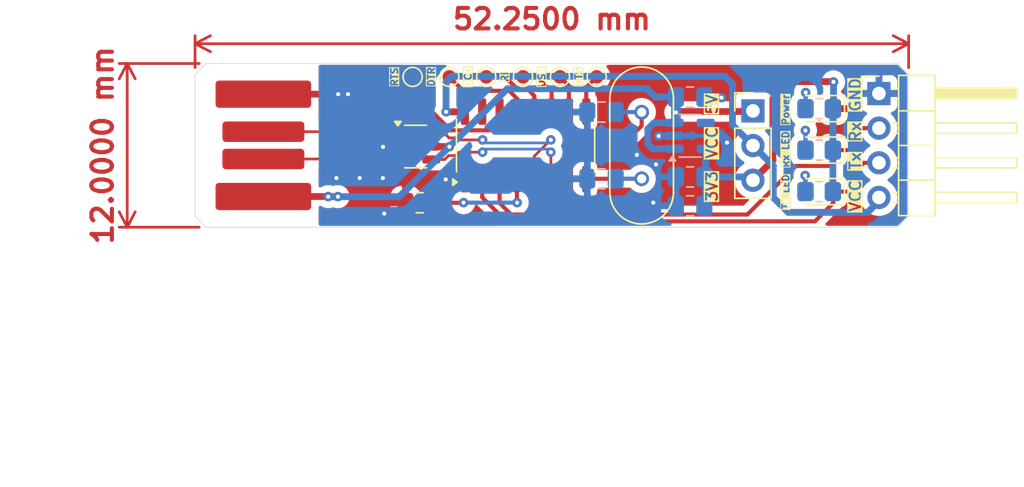
<source format=kicad_pcb>
(kicad_pcb (version 20240108) (generator "pcbnew") (generator_version "8.0")
  (layers (0 "F.Cu" signal) (31 "B.Cu" signal) (34 "B.Paste" user) (35 "F.Paste" user) (36 "B.SilkS" user "B.Silkscreen") (37 "F.SilkS" user "F.Silkscreen") (38 "B.Mask" user) (39 "F.Mask" user) (44 "Edge.Cuts" user))
  (net 0 "")
  (net 1 "Net-(U1-XI)")
  (net 2 "GND")
  (net 3 "Net-(U1-XO)")
  (net 4 "Net-(U1-V3)")
  (net 5 "VBUS")
  (net 6 "+3V3")
  (net 7 "CH3_Tx")
  (net 8 "Net-(D1-A)")
  (net 9 "CH3_Rx")
  (net 10 "Net-(D2-A)")
  (net 11 "Net-(D3-A)")
  (net 12 "CH3_RI")
  (net 13 "CH3_DSR")
  (net 14 "CH3_CTS")
  (net 15 "VCC")
  (net 16 "CH3_RTS")
  (net 17 "CH3_DTR")
  (net 18 "CH3_DCD")
  (net 20 "USB_D+")
  (net 21 "USB_D-")
  (net 23 "/USB_P")
  (net 24 "/USB_N")
  (footprint "LED_SMD:LED_0805_2012Metric_Pad1.15x1.40mm_HandSolder" (layer "F.Cu") (at 162.75 57.81 180)
    (property "Reference" "D3" (hide yes))
    (property "Value" "Power Led")
    (fp_line (start 1 -0.96) (end -1.86 -0.96) (stroke (width 0.12)) (layer "F.SilkS"))
    (fp_line (start -1.86 0.96) (end 1 0.96) (stroke (width 0.12)) (layer "F.SilkS"))
    (fp_line (start -1.86 -0.96) (end -1.86 0.96) (stroke (width 0.12)) (layer "F.SilkS"))
    (pad "1" smd roundrect (at -1.025 0 180) (size 1.15 1.4) (layers "F.Cu" "F.Paste" "F.Mask") (roundrect_rratio 0.217391) (net 2 "GND"))
    (pad "2" smd roundrect (at 1.025 0 180) (size 1.15 1.4) (layers "F.Cu" "F.Paste" "F.Mask") (roundrect_rratio 0.217391) (net 11 "Net-(D3-A)"))
  )
  (footprint "TestPoint:TestPoint_Pad_D1.0mm" (layer "F.Cu") (at 132.98 55.48 90)
    (property "Reference" "RTS" (at 0 -1.33 90) (layer "F.SilkS" knockout) (effects (font (size 0.5 0.5) (thickness 0.125))))
    (property "Value" "TestPoint")
    (fp_circle (center 0 0) (end 0 0.7) (stroke (width 0.12)) (fill none) (layer "F.SilkS"))
    (pad "1" smd circle (at 0 0 90) (size 1 1) (layers "F.Cu" "F.Mask") (net 16 "CH3_RTS"))
  )
  (footprint "Capacitor_SMD:C_0805_2012Metric_Pad1.18x1.45mm_HandSolder" (layer "F.Cu") (at 133.49 64.71 180)
    (property "Reference" "C3" (hide yes))
    (property "Value" "10nF")
    (fp_line (start -0.261252 0.735) (end 0.261252 0.735) (stroke (width 0.12)) (layer "F.SilkS"))
    (fp_line (start -0.261252 -0.735) (end 0.261252 -0.735) (stroke (width 0.12)) (layer "F.SilkS"))
    (pad "1" smd roundrect (at -1.0375 0 180) (size 1.175 1.45) (layers "F.Cu" "F.Paste" "F.Mask") (roundrect_rratio 0.212766) (net 4 "Net-(U1-V3)"))
    (pad "2" smd roundrect (at 1.0375 0 180) (size 1.175 1.45) (layers "F.Cu" "F.Paste" "F.Mask") (roundrect_rratio 0.212766) (net 2 "GND"))
  )
  (footprint "HC-49 U-S16000000ABJB:XTAL_HC49P488W43L1150T466H350" (layer "F.Cu") (at 149.75 60.510001 -90)
    (property "Reference" "Y2" (hide yes))
    (property "Value" "HC-49_U-S16000000ABJB")
    (fp_line (start -3.42 2.33) (end 3.42 2.33) (stroke (width 0.127)) (layer "F.SilkS"))
    (fp_line (start -3.42 -2.33) (end 3.42 -2.33) (stroke (width 0.127)) (layer "F.SilkS"))
    (fp_arc (start -3.42 2.33) (mid -5.067559 1.647559) (end -5.75 0) (stroke (width 0.127)) (layer "F.SilkS"))
    (fp_arc (start -5.75 0) (mid -5.067559 -1.647559) (end -3.42 -2.33) (stroke (width 0.127)) (layer "F.SilkS"))
    (fp_arc (start 5.75 0) (mid 5.067559 1.647559) (end 3.42 2.33) (stroke (width 0.127)) (layer "F.SilkS"))
    (fp_arc (start 3.42 -2.33) (mid 5.067559 -1.647559) (end 5.75 0) (stroke (width 0.127)) (layer "F.SilkS"))
    (pad "1" thru_hole circle (at -2.44 0 270) (size 1.08 1.08) (drill 0.68) (layers "*.Cu" "*.Mask") (net 1 "Net-(U1-XI)"))
    (pad "2" thru_hole circle (at 2.44 0 270) (size 1.08 1.08) (drill 0.68) (layers "*.Cu" "*.Mask") (net 3 "Net-(U1-XO)"))
  )
  (footprint "TestPoint:TestPoint_Pad_D1.0mm" (layer "F.Cu") (at 143.77 55.48 90)
    (property "Reference" "DSR" (at 0 -1.33 90) (layer "F.SilkS" knockout) (effects (font (size 0.5 0.5) (thickness 0.125))))
    (property "Value" "TestPoint")
    (fp_circle (center 0 0) (end 0 0.7) (stroke (width 0.12)) (fill none) (layer "F.SilkS"))
    (pad "1" smd circle (at 0 0 90) (size 1 1) (layers "F.Cu" "F.Mask") (net 13 "CH3_DSR"))
  )
  (footprint "LED_SMD:LED_0805_2012Metric_Pad1.15x1.40mm_HandSolder" (layer "F.Cu") (at 162.75 60.85 180)
    (property "Reference" "D2" (hide yes))
    (property "Value" "Rx_LED")
    (fp_line (start 1 -0.96) (end -1.86 -0.96) (stroke (width 0.12)) (layer "F.SilkS"))
    (fp_line (start -1.86 0.96) (end 1 0.96) (stroke (width 0.12)) (layer "F.SilkS"))
    (fp_line (start -1.86 -0.96) (end -1.86 0.96) (stroke (width 0.12)) (layer "F.SilkS"))
    (pad "1" smd roundrect (at -1.025 0 180) (size 1.15 1.4) (layers "F.Cu" "F.Paste" "F.Mask") (roundrect_rratio 0.217391) (net 9 "CH3_Rx"))
    (pad "2" smd roundrect (at 1.025 0 180) (size 1.15 1.4) (layers "F.Cu" "F.Paste" "F.Mask") (roundrect_rratio 0.217391) (net 10 "Net-(D2-A)"))
  )
  (footprint "Package_TO_SOT_SMD:SOT-23-6" (layer "F.Cu") (at 133.2 60.5875)
    (property "Reference" "U2" (hide yes))
    (property "Value" "USBLC6-2SC6")
    (fp_line (start 0 -1.56) (end -0.8 -1.56) (stroke (width 0.12)) (layer "F.SilkS"))
    (fp_line (start 0 -1.56) (end 0.8 -1.56) (stroke (width 0.12)) (layer "F.SilkS"))
    (fp_line (start 0 1.56) (end -0.8 1.56) (stroke (width 0.12)) (layer "F.SilkS"))
    (fp_line (start 0 1.56) (end 0.8 1.56) (stroke (width 0.12)) (layer "F.SilkS"))
    (fp_poly (pts (xy -1.3 -1.51) (xy -1.54 -1.84) (xy -1.06 -1.84) (xy -1.3 -1.51)) (stroke (width 0.12)) (fill solid) (layer "F.SilkS"))
    (pad "1" smd roundrect (at -1.1375 -0.95) (size 1.325 0.6) (layers "F.Cu" "F.Paste" "F.Mask") (net 23 "/USB_P"))
    (pad "2" smd roundrect (at -1.1375 0) (size 1.325 0.6) (layers "F.Cu" "F.Paste" "F.Mask") (net 2 "GND"))
    (pad "3" smd roundrect (at -1.1375 0.95) (size 1.325 0.6) (layers "F.Cu" "F.Paste" "F.Mask") (net 24 "/USB_N"))
    (pad "4" smd roundrect (at 1.1375 0.95) (size 1.325 0.6) (layers "F.Cu" "F.Paste" "F.Mask") (net 21 "USB_D-"))
    (pad "5" smd roundrect (at 1.1375 0) (size 1.325 0.6) (layers "F.Cu" "F.Paste" "F.Mask") (net 5 "VBUS"))
    (pad "6" smd roundrect (at 1.1375 -0.95) (size 1.325 0.6) (layers "F.Cu" "F.Paste" "F.Mask") (net 20 "USB_D+"))
  )
  (footprint "Package_SO:SOIC-16_3.9x9.9mm_P1.27mm" (layer "F.Cu") (at 141.25 60.5 90)
    (property "Reference" "U1" (hide yes))
    (property "Value" "CH340G")
    (fp_line (start 0 -5.06) (end 1.95 -5.06) (stroke (width 0.12)) (layer "F.SilkS"))
    (fp_line (start 0 -5.06) (end -1.95 -5.06) (stroke (width 0.12)) (layer "F.SilkS"))
    (fp_line (start 0 5.06) (end 1.95 5.06) (stroke (width 0.12)) (layer "F.SilkS"))
    (fp_line (start 0 5.06) (end -1.95 5.06) (stroke (width 0.12)) (layer "F.SilkS"))
    (fp_poly (pts (xy -2.7 -5.005) (xy -2.94 -5.335) (xy -2.46 -5.335) (xy -2.7 -5.005)) (stroke (width 0.12)) (fill solid) (layer "F.SilkS"))
    (pad "1" smd roundrect (at -2.475 -4.445 90) (size 1.95 0.6) (layers "F.Cu" "F.Paste" "F.Mask") (net 2 "GND"))
    (pad "2" smd roundrect (at -2.475 -3.175 90) (size 1.95 0.6) (layers "F.Cu" "F.Paste" "F.Mask") (net 7 "CH3_Tx"))
    (pad "3" smd roundrect (at -2.475 -1.905 90) (size 1.95 0.6) (layers "F.Cu" "F.Paste" "F.Mask") (net 9 "CH3_Rx"))
    (pad "4" smd roundrect (at -2.475 -0.635 90) (size 1.95 0.6) (layers "F.Cu" "F.Paste" "F.Mask") (net 4 "Net-(U1-V3)"))
    (pad "5" smd roundrect (at -2.475 0.635 90) (size 1.95 0.6) (layers "F.Cu" "F.Paste" "F.Mask") (net 20 "USB_D+"))
    (pad "6" smd roundrect (at -2.475 1.905 90) (size 1.95 0.6) (layers "F.Cu" "F.Paste" "F.Mask") (net 21 "USB_D-"))
    (pad "7" smd roundrect (at -2.475 3.175 90) (size 1.95 0.6) (layers "F.Cu" "F.Paste" "F.Mask") (net 1 "Net-(U1-XI)"))
    (pad "8" smd roundrect (at -2.475 4.445 90) (size 1.95 0.6) (layers "F.Cu" "F.Paste" "F.Mask") (net 3 "Net-(U1-XO)"))
    (pad "9" smd roundrect (at 2.475 4.445 90) (size 1.95 0.6) (layers "F.Cu" "F.Paste" "F.Mask") (net 14 "CH3_CTS"))
    (pad "10" smd roundrect (at 2.475 3.175 90) (size 1.95 0.6) (layers "F.Cu" "F.Paste" "F.Mask") (net 13 "CH3_DSR"))
    (pad "11" smd roundrect (at 2.475 1.905 90) (size 1.95 0.6) (layers "F.Cu" "F.Paste" "F.Mask") (net 12 "CH3_RI"))
    (pad "12" smd roundrect (at 2.475 0.635 90) (size 1.95 0.6) (layers "F.Cu" "F.Paste" "F.Mask") (net 18 "CH3_DCD"))
    (pad "13" smd roundrect (at 2.475 -0.635 90) (size 1.95 0.6) (layers "F.Cu" "F.Paste" "F.Mask") (net 17 "CH3_DTR"))
    (pad "14" smd roundrect (at 2.475 -1.905 90) (size 1.95 0.6) (layers "F.Cu" "F.Paste" "F.Mask") (net 16 "CH3_RTS"))
    (pad "15" smd roundrect (at 2.475 -3.175 90) (size 1.95 0.6) (layers "F.Cu" "F.Paste" "F.Mask"))
    (pad "16" smd roundrect (at 2.475 -4.445 90) (size 1.95 0.6) (layers "F.Cu" "F.Paste" "F.Mask") (net 15 "VCC"))
  )
  (footprint "TestPoint:TestPoint_Pad_D1.0mm" (layer "F.Cu") (at 146.46 55.48 90)
    (property "Reference" "CTS" (at 0 -1.32 90) (layer "F.SilkS" knockout) (effects (font (size 0.5 0.5) (thickness 0.125))))
    (property "Value" "TestPoint")
    (fp_circle (center 0 0) (end 0 0.7) (stroke (width 0.12)) (fill none) (layer "F.SilkS"))
    (pad "1" smd circle (at 0 0 90) (size 1 1) (layers "F.Cu" "F.Mask") (net 14 "CH3_CTS"))
  )
  (footprint "LED_SMD:LED_0805_2012Metric_Pad1.15x1.40mm_HandSolder" (layer "F.Cu") (at 162.75 63.89 180)
    (property "Reference" "D1" (hide yes))
    (property "Value" "Tx_LED")
    (fp_line (start 1 -0.96) (end -1.86 -0.96) (stroke (width 0.12)) (layer "F.SilkS"))
    (fp_line (start -1.86 0.96) (end 1 0.96) (stroke (width 0.12)) (layer "F.SilkS"))
    (fp_line (start -1.86 -0.96) (end -1.86 0.96) (stroke (width 0.12)) (layer "F.SilkS"))
    (pad "1" smd roundrect (at -1.025 0 180) (size 1.15 1.4) (layers "F.Cu" "F.Paste" "F.Mask") (roundrect_rratio 0.217391) (net 7 "CH3_Tx"))
    (pad "2" smd roundrect (at 1.025 0 180) (size 1.15 1.4) (layers "F.Cu" "F.Paste" "F.Mask") (roundrect_rratio 0.217391) (net 8 "Net-(D1-A)"))
  )
  (footprint "TestPoint:TestPoint_Pad_D1.0mm" (layer "F.Cu") (at 135.67 55.48 90)
    (property "Reference" "DTR" (at 0 -1.32 90) (layer "F.SilkS" knockout) (effects (font (size 0.5 0.5) (thickness 0.125))))
    (property "Value" "TestPoint")
    (fp_circle (center 0 0) (end 0 0.7) (stroke (width 0.12)) (fill none) (layer "F.SilkS"))
    (pad "1" smd circle (at 0 0 90) (size 1 1) (layers "F.Cu" "F.Mask") (net 17 "CH3_DTR"))
  )
  (footprint "Connector_PinHeader_2.54mm:PinHeader_1x04_P2.54mm_Horizontal" (layer "F.Cu") (at 167.125 56.7)
    (property "Reference" "J3" (hide yes))
    (property "Value" "Conn_01x04_Pin")
    (fp_line (start -1.27 -1.27) (end 0 -1.27) (stroke (width 0.12)) (layer "F.SilkS"))
    (fp_line (start -1.27 0) (end -1.27 -1.27) (stroke (width 0.12)) (layer "F.SilkS"))
    (fp_line (start 1.042929 2.16) (end 1.44 2.16) (stroke (width 0.12)) (layer "F.SilkS"))
    (fp_line (start 1.042929 2.92) (end 1.44 2.92) (stroke (width 0.12)) (layer "F.SilkS"))
    (fp_line (start 1.042929 4.7) (end 1.44 4.7) (stroke (width 0.12)) (layer "F.SilkS"))
    (fp_line (start 1.042929 5.46) (end 1.44 5.46) (stroke (width 0.12)) (layer "F.SilkS"))
    (fp_line (start 1.042929 7.24) (end 1.44 7.24) (stroke (width 0.12)) (layer "F.SilkS"))
    (fp_line (start 1.042929 8) (end 1.44 8) (stroke (width 0.12)) (layer "F.SilkS"))
    (fp_line (start 1.11 -0.38) (end 1.44 -0.38) (stroke (width 0.12)) (layer "F.SilkS"))
    (fp_line (start 1.11 0.38) (end 1.44 0.38) (stroke (width 0.12)) (layer "F.SilkS"))
    (fp_line (start 1.44 -1.33) (end 1.44 8.95) (stroke (width 0.12)) (layer "F.SilkS"))
    (fp_line (start 1.44 1.27) (end 4.1 1.27) (stroke (width 0.12)) (layer "F.SilkS"))
    (fp_line (start 1.44 3.81) (end 4.1 3.81) (stroke (width 0.12)) (layer "F.SilkS"))
    (fp_line (start 1.44 6.35) (end 4.1 6.35) (stroke (width 0.12)) (layer "F.SilkS"))
    (fp_line (start 1.44 8.95) (end 4.1 8.95) (stroke (width 0.12)) (layer "F.SilkS"))
    (fp_line (start 4.1 -1.33) (end 1.44 -1.33) (stroke (width 0.12)) (layer "F.SilkS"))
    (fp_line (start 4.1 -0.38) (end 10.1 -0.38) (stroke (width 0.12)) (layer "F.SilkS"))
    (fp_line (start 4.1 -0.32) (end 10.1 -0.32) (stroke (width 0.12)) (layer "F.SilkS"))
    (fp_line (start 4.1 -0.2) (end 10.1 -0.2) (stroke (width 0.12)) (layer "F.SilkS"))
    (fp_line (start 4.1 -0.08) (end 10.1 -0.08) (stroke (width 0.12)) (layer "F.SilkS"))
    (fp_line (start 4.1 0.04) (end 10.1 0.04) (stroke (width 0.12)) (layer "F.SilkS"))
    (fp_line (start 4.1 0.16) (end 10.1 0.16) (stroke (width 0.12)) (layer "F.SilkS"))
    (fp_line (start 4.1 0.28) (end 10.1 0.28) (stroke (width 0.12)) (layer "F.SilkS"))
    (fp_line (start 4.1 2.16) (end 10.1 2.16) (stroke (width 0.12)) (layer "F.SilkS"))
    (fp_line (start 4.1 4.7) (end 10.1 4.7) (stroke (width 0.12)) (layer "F.SilkS"))
    (fp_line (start 4.1 7.24) (end 10.1 7.24) (stroke (width 0.12)) (layer "F.SilkS"))
    (fp_line (start 4.1 8.95) (end 4.1 -1.33) (stroke (width 0.12)) (layer "F.SilkS"))
    (fp_line (start 10.1 -0.38) (end 10.1 0.38) (stroke (width 0.12)) (layer "F.SilkS"))
    (fp_line (start 10.1 0.38) (end 4.1 0.38) (stroke (width 0.12)) (layer "F.SilkS"))
    (fp_line (start 10.1 2.16) (end 10.1 2.92) (stroke (width 0.12)) (layer "F.SilkS"))
    (fp_line (start 10.1 2.92) (end 4.1 2.92) (stroke (width 0.12)) (layer "F.SilkS"))
    (fp_line (start 10.1 4.7) (end 10.1 5.46) (stroke (width 0.12)) (layer "F.SilkS"))
    (fp_line (start 10.1 5.46) (end 4.1 5.46) (stroke (width 0.12)) (layer "F.SilkS"))
    (fp_line (start 10.1 7.24) (end 10.1 8) (stroke (width 0.12)) (layer "F.SilkS"))
    (fp_line (start 10.1 8) (end 4.1 8) (stroke (width 0.12)) (layer "F.SilkS"))
    (pad "1" thru_hole rect (at 0 0) (size 1.7 1.7) (drill 1) (layers "*.Cu" "*.Mask") (net 2 "GND"))
    (pad "2" thru_hole oval (at 0 2.54) (size 1.7 1.7) (drill 1) (layers "*.Cu" "*.Mask") (net 9 "CH3_Rx"))
    (pad "3" thru_hole oval (at 0 5.08) (size 1.7 1.7) (drill 1) (layers "*.Cu" "*.Mask") (net 7 "CH3_Tx"))
    (pad "4" thru_hole oval (at 0 7.62) (size 1.7 1.7) (drill 1) (layers "*.Cu" "*.Mask") (net 15 "VCC"))
  )
  (footprint "Connector_USB_PCB_Edge:USB_A_PCB_Edge_receptacle" (layer "F.Cu") (at 122.05 60.5)
    (property "Reference" "J5" (hide yes))
    (property "Value" "USB_A_PCB_Edge_receptacle")
    (fp_line (start -5 -5.2) (end -5 5.2) (stroke (width 0.05)) (layer "Edge.Cuts"))
    (fp_line (start -5 -5.2) (end -4.2 -6) (stroke (width 0.05)) (layer "Edge.Cuts"))
    (fp_line (start -5 5.2) (end -4.2 6) (stroke (width 0.05)) (layer "Edge.Cuts"))
    (fp_line (start 9 -6) (end -4.2 -6) (stroke (width 0.05)) (layer "Edge.Cuts"))
    (fp_line (start 9 6) (end -4.2 6) (stroke (width 0.05)) (layer "Edge.Cuts"))
    (pad "1" smd roundrect (at 0 3.75) (size 7 2) (layers "F.Cu" "F.Mask") (roundrect_rratio 0.125) (net 5 "VBUS"))
    (pad "2" smd roundrect (at 0 1) (size 6 1.5) (layers "F.Cu" "F.Mask") (roundrect_rratio 0.1666666667) (net 24 "/USB_N"))
    (pad "3" smd roundrect (at 0 -1) (size 6 1.5) (layers "F.Cu" "F.Mask") (roundrect_rratio 0.1666666667) (net 23 "/USB_P"))
    (pad "4" smd roundrect (at 0 -3.75) (size 7 2) (layers "F.Cu" "F.Mask") (roundrect_rratio 0.125) (net 2 "GND"))
  )
  (footprint "Connector_PinHeader_2.54mm:PinHeader_1x03_P2.54mm_Vertical" (layer "F.Cu") (at 157.9 57.975)
    (property "Reference" "JP1" (hide yes))
    (property "Value" "Jumper_3_Open")
    (fp_line (start -1.33 -1.33) (end 0 -1.33) (stroke (width 0.12)) (layer "F.SilkS"))
    (fp_line (start -1.33 0) (end -1.33 -1.33) (stroke (width 0.12)) (layer "F.SilkS"))
    (fp_line (start -1.33 1.27) (end -1.33 6.41) (stroke (width 0.12)) (layer "F.SilkS"))
    (fp_line (start -1.33 1.27) (end 1.33 1.27) (stroke (width 0.12)) (layer "F.SilkS"))
    (fp_line (start -1.33 6.41) (end 1.33 6.41) (stroke (width 0.12)) (layer "F.SilkS"))
    (fp_line (start 1.33 1.27) (end 1.33 6.41) (stroke (width 0.12)) (layer "F.SilkS"))
    (pad "1" thru_hole rect (at 0 0) (size 1.7 1.7) (drill 1) (layers "*.Cu" "*.Mask") (net 5 "VBUS"))
    (pad "2" thru_hole oval (at 0 2.54) (size 1.7 1.7) (drill 1) (layers "*.Cu" "*.Mask") (net 15 "VCC"))
    (pad "3" thru_hole oval (at 0 5.08) (size 1.7 1.7) (drill 1) (layers "*.Cu" "*.Mask") (net 6 "+3V3"))
  )
  (footprint "TestPoint:TestPoint_Pad_D1.0mm" (layer "F.Cu") (at 138.37 55.48 90)
    (property "Reference" "DCD" (at 0 -1.33 90) (layer "F.SilkS" knockout) (effects (font (size 0.5 0.5) (thickness 0.125))))
    (property "Value" "TestPoint")
    (fp_circle (center 0 0) (end 0 0.7) (stroke (width 0.12)) (fill none) (layer "F.SilkS"))
    (pad "1" smd circle (at 0 0 90) (size 1 1) (layers "F.Cu" "F.Mask") (net 18 "CH3_DCD"))
  )
  (footprint "TestPoint:TestPoint_Pad_D1.0mm" (layer "F.Cu") (at 141.06 55.48 90)
    (property "Reference" "RI" (at 0 -1.32 90) (layer "F.SilkS" knockout) (effects (font (size 0.5 0.5) (thickness 0.125))))
    (property "Value" "TestPoint")
    (fp_circle (center 0 0) (end 0 0.7) (stroke (width 0.12)) (fill none) (layer "F.SilkS"))
    (pad "1" smd circle (at 0 0 90) (size 1 1) (layers "F.Cu" "F.Mask") (net 12 "CH3_RI"))
  )
  (footprint "Capacitor_SMD:C_0805_2012Metric_Pad1.18x1.45mm_HandSolder" (layer "B.Cu") (at 146.81 58.06 180)
    (property "Reference" "C1" (hide yes))
    (property "Value" "22pF")
    (fp_line (start 0.261252 0.735) (end -0.261252 0.735) (stroke (width 0.12)) (layer "B.SilkS"))
    (fp_line (start 0.261252 -0.735) (end -0.261252 -0.735) (stroke (width 0.12)) (layer "B.SilkS"))
    (pad "1" smd roundrect (at -1.0375 0 180) (size 1.175 1.45) (layers "B.Cu" "B.Paste" "B.Mask") (roundrect_rratio 0.212766) (net 1 "Net-(U1-XI)"))
    (pad "2" smd roundrect (at 1.0375 0 180) (size 1.175 1.45) (layers "B.Cu" "B.Paste" "B.Mask") (roundrect_rratio 0.212766) (net 2 "GND"))
  )
  (footprint "Capacitor_SMD:C_0805_2012Metric_Pad1.18x1.45mm_HandSolder" (layer "B.Cu") (at 153.3 64.931667 180)
    (property "Reference" "C5" (hide yes))
    (property "Value" "100nF")
    (fp_line (start 0.261252 0.735) (end -0.261252 0.735) (stroke (width 0.12)) (layer "B.SilkS"))
    (fp_line (start 0.261252 -0.735) (end -0.261252 -0.735) (stroke (width 0.12)) (layer "B.SilkS"))
    (pad "1" smd roundrect (at -1.0375 0 180) (size 1.175 1.45) (layers "B.Cu" "B.Paste" "B.Mask") (roundrect_rratio 0.212766) (net 6 "+3V3"))
    (pad "2" smd roundrect (at 1.0375 0 180) (size 1.175 1.45) (layers "B.Cu" "B.Paste" "B.Mask") (roundrect_rratio 0.212766) (net 2 "GND"))
  )
  (footprint "Resistor_SMD:R_0805_2012Metric_Pad1.20x1.40mm_HandSolder" (layer "B.Cu") (at 162.75 57.81 180)
    (property "Reference" "R1" (hide yes))
    (property "Value" "1k")
    (fp_line (start 0.227064 0.735) (end -0.227064 0.735) (stroke (width 0.12)) (layer "B.SilkS"))
    (fp_line (start 0.227064 -0.735) (end -0.227064 -0.735) (stroke (width 0.12)) (layer "B.SilkS"))
    (pad "1" smd roundrect (at -1 0 180) (size 1.2 1.4) (layers "B.Cu" "B.Paste" "B.Mask") (roundrect_rratio 0.208333) (net 6 "+3V3"))
    (pad "2" smd roundrect (at 1 0 180) (size 1.2 1.4) (layers "B.Cu" "B.Paste" "B.Mask") (roundrect_rratio 0.208333) (net 11 "Net-(D3-A)"))
  )
  (footprint "Resistor_SMD:R_0805_2012Metric_Pad1.20x1.40mm_HandSolder" (layer "B.Cu") (at 162.75 63.89 180)
    (property "Reference" "R3" (hide yes))
    (property "Value" "1k")
    (fp_line (start 0.227064 0.735) (end -0.227064 0.735) (stroke (width 0.12)) (layer "B.SilkS"))
    (fp_line (start 0.227064 -0.735) (end -0.227064 -0.735) (stroke (width 0.12)) (layer "B.SilkS"))
    (pad "1" smd roundrect (at -1 0 180) (size 1.2 1.4) (layers "B.Cu" "B.Paste" "B.Mask") (roundrect_rratio 0.208333) (net 6 "+3V3"))
    (pad "2" smd roundrect (at 1 0 180) (size 1.2 1.4) (layers "B.Cu" "B.Paste" "B.Mask") (roundrect_rratio 0.208333) (net 8 "Net-(D1-A)"))
  )
  (footprint "Capacitor_SMD:C_0805_2012Metric_Pad1.18x1.45mm_HandSolder" (layer "B.Cu") (at 146.81 62.95 180)
    (property "Reference" "C2" (hide yes))
    (property "Value" "22pF")
    (fp_line (start 0.261252 0.735) (end -0.261252 0.735) (stroke (width 0.12)) (layer "B.SilkS"))
    (fp_line (start 0.261252 -0.735) (end -0.261252 -0.735) (stroke (width 0.12)) (layer "B.SilkS"))
    (pad "1" smd roundrect (at -1.0375 0 180) (size 1.175 1.45) (layers "B.Cu" "B.Paste" "B.Mask") (roundrect_rratio 0.212766) (net 3 "Net-(U1-XO)"))
    (pad "2" smd roundrect (at 1.0375 0 180) (size 1.175 1.45) (layers "B.Cu" "B.Paste" "B.Mask") (roundrect_rratio 0.212766) (net 2 "GND"))
  )
  (footprint "Package_TO_SOT_SMD:SOT-23-5" (layer "B.Cu") (at 153.3 59.8)
    (property "Reference" "U3" (hide yes))
    (property "Value" "SPX3819M5-L-3-3")
    (fp_line (start -0.8 -1.56) (end 0 -1.56) (stroke (width 0.12)) (layer "B.SilkS"))
    (fp_line (start -0.8 1.56) (end 0 1.56) (stroke (width 0.12)) (layer "B.SilkS"))
    (fp_line (start 0.8 -1.56) (end 0 -1.56) (stroke (width 0.12)) (layer "B.SilkS"))
    (fp_line (start 0.8 1.56) (end 0 1.56) (stroke (width 0.12)) (layer "B.SilkS"))
    (fp_poly (pts (xy -1.3 1.51) (xy -1.54 1.84) (xy -1.06 1.84) (xy -1.3 1.51)) (stroke (width 0.12)) (fill solid) (layer "B.SilkS"))
    (pad "1" smd roundrect (at -1.1375 0.95) (size 1.325 0.6) (layers "B.Cu" "B.Paste" "B.Mask") (net 5 "VBUS"))
    (pad "2" smd roundrect (at -1.1375 0) (size 1.325 0.6) (layers "B.Cu" "B.Paste" "B.Mask") (net 2 "GND"))
    (pad "3" smd roundrect (at -1.1375 -0.95) (size 1.325 0.6) (layers "B.Cu" "B.Paste" "B.Mask") (net 5 "VBUS"))
    (pad "4" smd roundrect (at 1.1375 -0.95) (size 1.325 0.6) (layers "B.Cu" "B.Paste" "B.Mask"))
    (pad "5" smd roundrect (at 1.1375 0.95) (size 1.325 0.6) (layers "B.Cu" "B.Paste" "B.Mask") (net 6 "+3V3"))
  )
  (footprint "Capacitor_SMD:C_0805_2012Metric_Pad1.18x1.45mm_HandSolder" (layer "B.Cu") (at 153.3 62.813333 180)
    (property "Reference" "C6" (hide yes))
    (property "Value" "10uF")
    (fp_line (start 0.261252 0.735) (end -0.261252 0.735) (stroke (width 0.12)) (layer "B.SilkS"))
    (fp_line (start 0.261252 -0.735) (end -0.261252 -0.735) (stroke (width 0.12)) (layer "B.SilkS"))
    (pad "1" smd roundrect (at -1.0375 0 180) (size 1.175 1.45) (layers "B.Cu" "B.Paste" "B.Mask") (roundrect_rratio 0.212766) (net 6 "+3V3"))
    (pad "2" smd roundrect (at 1.0375 0 180) (size 1.175 1.45) (layers "B.Cu" "B.Paste" "B.Mask") (roundrect_rratio 0.212766) (net 2 "GND"))
  )
  (footprint "Resistor_SMD:R_0805_2012Metric_Pad1.20x1.40mm_HandSolder" (layer "B.Cu") (at 162.75 60.85 180)
    (property "Reference" "R2" (hide yes))
    (property "Value" "1k")
    (fp_line (start 0.227064 0.735) (end -0.227064 0.735) (stroke (width 0.12)) (layer "B.SilkS"))
    (fp_line (start 0.227064 -0.735) (end -0.227064 -0.735) (stroke (width 0.12)) (layer "B.SilkS"))
    (pad "1" smd roundrect (at -1 0 180) (size 1.2 1.4) (layers "B.Cu" "B.Paste" "B.Mask") (roundrect_rratio 0.208333) (net 6 "+3V3"))
    (pad "2" smd roundrect (at 1 0 180) (size 1.2 1.4) (layers "B.Cu" "B.Paste" "B.Mask") (roundrect_rratio 0.208333) (net 10 "Net-(D2-A)"))
  )
  (footprint "Capacitor_SMD:C_0805_2012Metric_Pad1.18x1.45mm_HandSolder" (layer "B.Cu") (at 153.3 56.961667)
    (property "Reference" "C4" (hide yes))
    (property "Value" "10uF")
    (fp_line (start 0.261252 -0.735) (end -0.261252 -0.735) (stroke (width 0.12)) (layer "B.SilkS"))
    (fp_line (start 0.261252 0.735) (end -0.261252 0.735) (stroke (width 0.12)) (layer "B.SilkS"))
    (pad "1" smd roundrect (at -1.0375 0) (size 1.175 1.45) (layers "B.Cu" "B.Paste" "B.Mask") (roundrect_rratio 0.212766) (net 5 "VBUS"))
    (pad "2" smd roundrect (at 1.0375 0) (size 1.175 1.45) (layers "B.Cu" "B.Paste" "B.Mask") (roundrect_rratio 0.212766) (net 2 "GND"))
  )
  (gr_line (start 169.3 65.7) (end 168.5 66.5) (stroke (width 0.05)) (layer "Edge.Cuts"))
  (gr_line (start 131.05 54.5) (end 168.5 54.5) (stroke (width 0.05)) (layer "Edge.Cuts"))
  (gr_line (start 131.05 66.5) (end 168.5 66.5) (stroke (width 0.05)) (layer "Edge.Cuts"))
  (gr_line (start 169.3 55.3) (end 168.5 54.5) (stroke (width 0.05)) (layer "Edge.Cuts"))
  (gr_line (start 169.3 65.7) (end 169.3 55.3) (stroke (width 0.05)) (layer "Edge.Cuts"))
  (gr_text "Tx LED" (at 160.3 63.9 90) (layer "F.SilkS" knockout) (effects (font (size 0.5 0.5) (thickness 0.125))))
  (gr_text "5V\n" (at 154.9 57.5 90) (layer "F.SilkS" knockout) (effects (font (size 0.8 0.8) (thickness 0.15) (bold yes))))
  (gr_text "Rx\n" (at 165.4 59.520635 90) (layer "F.SilkS" knockout) (effects (font (size 0.8 0.8) (thickness 0.15) (bold yes))))
  (gr_text "3V3" (at 154.9 63.5 90) (layer "F.SilkS" knockout) (effects (font (size 0.8 0.8) (thickness 0.15) (bold yes))))
  (gr_text "Power\n" (at 160.3 57.9 90) (layer "F.SilkS" knockout) (effects (font (size 0.5 0.5) (thickness 0.125))))
  (gr_text "VCC\n" (at 165.4 64.2 90) (layer "F.SilkS" knockout) (effects (font (size 0.8 0.8) (thickness 0.15) (bold yes))))
  (gr_text "GND" (at 165.4 56.8 90) (layer "F.SilkS" knockout) (effects (font (size 0.8 0.8) (thickness 0.15) (bold yes))))
  (gr_text "Tx" (at 165.4 61.650794 90) (layer "F.SilkS" knockout) (effects (font (size 0.8 0.8) (thickness 0.15) (bold yes))))
  (gr_text "VCC\n" (at 154.9 60.309523 90) (layer "F.SilkS" knockout) (effects (font (size 0.8 0.8) (thickness 0.15) (bold yes))))
  (gr_text "Rx LED" (at 160.3 60.8 90) (layer "F.SilkS" knockout) (effects (font (size 0.5 0.5) (thickness 0.125))))
  (dimension (type aligned) (layer "F.Cu") (pts (xy 117.05 55.3) (xy 169.3 55.3)) (height -2.25) (gr_text "52.2500 mm" (at 143.175 51.25 0) (layer "F.Cu") (effects (font (size 1.5 1.5) (thickness 0.3)))) (format (prefix "") (suffix "") (units 3) (units_format 1) (precision 4)) (style (thickness 0.2) (arrow_length 1.27) (text_position_mode 0) (extension_height 0.58642) (extension_offset 0.5) keep_text_aligned))
  (dimension (type aligned) (layer "F.Cu") (pts (xy 117.85 54.5) (xy 117.85 66.5)) (height 5.77) (gr_text "12.0000 mm" (at 110.28 60.5 90) (layer "F.Cu") (effects (font (size 1.5 1.5) (thickness 0.3)))) (format (prefix "") (suffix "") (units 3) (units_format 1) (precision 4)) (style (thickness 0.2) (arrow_length 1.27) (text_position_mode 0) (extension_height 0.58642) (extension_offset 0.5) keep_text_aligned))
  (segment (start 144.425 61.145) (end 144.425 62.975) (width 0.3) (layer "F.Cu") (net 1))
  (segment (start 149.75 59.07) (end 148.74 60.08) (width 0.3) (layer "F.Cu") (net 1))
  (segment (start 149.75 58.070001) (end 149.75 59.07) (width 0.3) (layer "F.Cu") (net 1))
  (segment (start 148.74 60.08) (end 145.49 60.08) (width 0.3) (layer "F.Cu") (net 1))
  (segment (start 145.49 60.08) (end 144.425 61.145) (width 0.3) (layer "F.Cu") (net 1))
  (segment (start 147.8475 58.06) (end 149.739999 58.06) (width 0.3) (layer "B.Cu") (net 1))
  (segment (start 149.739999 58.06) (end 149.75 58.070001) (width 0.3) (layer "B.Cu") (net 1))
  (segment (start 136.78 63) (end 136.805 62.975) (width 0.5) (layer "F.Cu") (net 2))
  (segment (start 132.0625 60.5875) (end 130.83174 60.5875) (width 0.5) (layer "F.Cu") (net 2))
  (segment (start 122.05 56.75) (end 128.25 56.75) (width 0.5) (layer "F.Cu") (net 2))
  (segment (start 130.83174 60.5875) (end 130.80962 60.60962) (width 0.5) (layer "F.Cu") (net 2))
  (segment (start 135.4 63) (end 136.78 63) (width 0.5) (layer "F.Cu") (net 2))
  (via (at 130.8 62.9) (size 0.7) (drill 0.3) (layers "F.Cu" "B.Cu") (net 2))
  (via (at 150.8 61.9) (size 0.7) (drill 0.3) (layers "F.Cu" "B.Cu") (net 2))
  (via (at 135.4 63) (size 0.7) (drill 0.3) (layers "F.Cu" "B.Cu") (net 2))
  (via (at 150.6 64.7) (size 0.7) (drill 0.3) (layers "F.Cu" "B.Cu") (net 2))
  (via (at 127.53 56.75) (size 0.7) (drill 0.3) (layers "F.Cu" "B.Cu") (net 2))
  (via (at 129.1 62.9) (size 0.7) (drill 0.3) (layers "F.Cu" "B.Cu") (net 2))
  (via (at 130.9 65.5) (size 0.7) (drill 0.3) (layers "F.Cu" "B.Cu") (net 2))
  (via (at 127.4 62.9) (size 0.7) (drill 0.3) (layers "F.Cu" "B.Cu") (net 2))
  (via (at 130.80962 60.60962) (size 0.7) (drill 0.3) (layers "F.Cu" "B.Cu") (net 2))
  (via (at 149.4 61.2) (size 0.7) (drill 0.3) (layers "F.Cu" "B.Cu") (net 2))
  (via (at 155.6 57) (size 0.7) (drill 0.3) (layers "F.Cu" "B.Cu") (net 2))
  (via (at 156 60.3) (size 0.7) (drill 0.3) (layers "F.Cu" "B.Cu") (net 2))
  (via (at 151 59.815686) (size 0.7) (drill 0.3) (layers "F.Cu" "B.Cu") (net 2))
  (via (at 128.25 56.75) (size 0.7) (drill 0.3) (layers "F.Cu" "B.Cu") (net 2))
  (segment (start 155.561667 56.961667) (end 155.6 57) (width 0.3) (layer "B.Cu") (net 2))
  (segment (start 152.146814 59.815686) (end 152.1625 59.8) (width 0.5) (layer "B.Cu") (net 2))
  (segment (start 151 59.815686) (end 152.146814 59.815686) (width 0.5) (layer "B.Cu") (net 2))
  (segment (start 154.3375 56.961667) (end 155.561667 56.961667) (width 0.3) (layer "B.Cu") (net 2))
  (segment (start 149.75 62.950001) (end 145.719999 62.950001) (width 0.3) (layer "F.Cu") (net 3))
  (segment (start 145.719999 62.950001) (end 145.695 62.975) (width 0.3) (layer "F.Cu") (net 3))
  (segment (start 149.749999 62.95) (end 149.75 62.950001) (width 0.3) (layer "B.Cu") (net 3))
  (segment (start 147.8475 62.95) (end 149.749999 62.95) (width 0.3) (layer "B.Cu") (net 3))
  (segment (start 136.7 64.71) (end 136.71 64.7) (width 0.3) (layer "F.Cu") (net 4))
  (segment (start 134.5275 64.71) (end 136.7 64.71) (width 0.3) (layer "F.Cu") (net 4))
  (segment (start 140.615 62.975) (end 140.615 64.685) (width 0.3) (layer "F.Cu") (net 4))
  (segment (start 140.615 64.685) (end 140.63 64.7) (width 0.3) (layer "F.Cu") (net 4))
  (via (at 140.63 64.7) (size 0.7) (drill 0.3) (layers "F.Cu" "B.Cu") (net 4))
  (via (at 136.71 64.7) (size 0.7) (drill 0.3) (layers "F.Cu" "B.Cu") (net 4))
  (segment (start 140.63 64.7) (end 136.71 64.7) (width 0.3) (layer "B.Cu") (net 4))
  (segment (start 135.658652 60.5875) (end 135.671152 60.6) (width 0.5) (layer "F.Cu") (net 5))
  (segment (start 157.855 58.02) (end 157.9 57.975) (width 0.5) (layer "F.Cu") (net 5))
  (segment (start 122.05 64.25) (end 127.33 64.25) (width 0.5) (layer "F.Cu") (net 5))
  (segment (start 152.33 58.02) (end 157.855 58.02) (width 0.5) (layer "F.Cu") (net 5))
  (segment (start 152.26 58.09) (end 152.33 58.02) (width 0.5) (layer "F.Cu") (net 5))
  (segment (start 134.3375 60.5875) (end 135.658652 60.5875) (width 0.5) (layer "F.Cu") (net 5))
  (via (at 126.8 64.26) (size 0.7) (drill 0.3) (layers "F.Cu" "B.Cu") (net 5))
  (via (at 127.51 64.26) (size 0.7) (drill 0.3) (layers "F.Cu" "B.Cu") (net 5))
  (via (at 152.26 58.09) (size 0.7) (drill 0.3) (layers "F.Cu" "B.Cu") (net 5))
  (via (at 135.671152 60.6) (size 0.7) (drill 0.3) (layers "F.Cu" "B.Cu") (net 5))
  (segment (start 135.671152 60.598848) (end 139.92 56.35) (width 0.5) (layer "B.Cu") (net 5))
  (segment (start 150.751667 56.961667) (end 152.2625 56.961667) (width 0.5) (layer "B.Cu") (net 5))
  (segment (start 127.51 64.26) (end 126.8 64.26) (width 0.5) (layer "B.Cu") (net 5))
  (segment (start 127.51 64.26) (end 132.011152 64.26) (width 0.5) (layer "B.Cu") (net 5))
  (segment (start 139.92 56.35) (end 150.14 56.35) (width 0.5) (layer "B.Cu") (net 5))
  (segment (start 152.2625 58.75) (end 152.1625 58.85) (width 0.5) (layer "B.Cu") (net 5))
  (segment (start 152.2625 56.961667) (end 152.2625 58.75) (width 0.7) (layer "B.Cu") (net 5))
  (segment (start 150.14 56.35) (end 150.751667 56.961667) (width 0.5) (layer "B.Cu") (net 5))
  (segment (start 135.671152 60.6) (end 135.671152 60.598848) (width 0.5) (layer "B.Cu") (net 5))
  (segment (start 150.2 60.4) (end 150.55 60.75) (width 0.5) (layer "B.Cu") (net 5))
  (segment (start 150.65 58.85) (end 150.2 59.3) (width 0.5) (layer "B.Cu") (net 5))
  (segment (start 132.011152 64.26) (end 135.671152 60.6) (width 0.5) (layer "B.Cu") (net 5))
  (segment (start 150.2 59.3) (end 150.2 60.4) (width 0.5) (layer "B.Cu") (net 5))
  (segment (start 152.1625 58.85) (end 150.65 58.85) (width 0.5) (layer "B.Cu") (net 5))
  (segment (start 150.55 60.75) (end 152.1625 60.75) (width 0.5) (layer "B.Cu") (net 5))
  (segment (start 160.62 55.83) (end 163.72 55.83) (width 0.5) (layer "F.Cu") (net 6))
  (segment (start 159.36 61.595) (end 159.36 57.09) (width 0.5) (layer "F.Cu") (net 6))
  (segment (start 159.36 57.09) (end 160.62 55.83) (width 0.5) (layer "F.Cu") (net 6))
  (segment (start 157.9 63.055) (end 159.36 61.595) (width 0.5) (layer "F.Cu") (net 6))
  (via (at 163.8 55.85) (size 0.7) (drill 0.3) (layers "F.Cu" "B.Cu") (net 6))
  (segment (start 163.75 57.81) (end 163.75 63.89) (width 0.5) (layer "B.Cu") (net 6))
  (segment (start 157.658333 62.813333) (end 157.9 63.055) (width 0.5) (layer "B.Cu") (net 6))
  (segment (start 154.3375 62.813333) (end 157.658333 62.813333) (width 0.5) (layer "B.Cu") (net 6))
  (segment (start 154.4375 60.75) (end 154.4375 64.831667) (width 0.5) (layer "B.Cu") (net 6))
  (segment (start 163.8 57.76) (end 163.75 57.81) (width 0.5) (layer "B.Cu") (net 6))
  (segment (start 154.4375 64.831667) (end 154.3375 64.931667) (width 0.5) (layer "B.Cu") (net 6))
  (segment (start 163.8 55.85) (end 163.8 57.76) (width 0.5) (layer "B.Cu") (net 6))
  (segment (start 138.075 62.975) (end 138.075 64.315) (width 0.3) (layer "F.Cu") (net 7))
  (segment (start 163.775 64.735) (end 163.775 63.89) (width 0.3) (layer "F.Cu") (net 7))
  (segment (start 162.44 66.07) (end 163.775 64.735) (width 0.3) (layer "F.Cu") (net 7))
  (segment (start 165.14 63.89) (end 165.56 63.47) (width 0.3) (layer "F.Cu") (net 7))
  (segment (start 165.56 63.47) (end 165.56 62.24) (width 0.3) (layer "F.Cu") (net 7))
  (segment (start 139.83 66.07) (end 162.44 66.07) (width 0.3) (layer "F.Cu") (net 7))
  (segment (start 166.02 61.78) (end 167.125 61.78) (width 0.3) (layer "F.Cu") (net 7))
  (segment (start 165.56 62.24) (end 166.02 61.78) (width 0.3) (layer "F.Cu") (net 7))
  (segment (start 138.075 64.315) (end 139.83 66.07) (width 0.3) (layer "F.Cu") (net 7))
  (segment (start 163.775 63.89) (end 165.14 63.89) (width 0.3) (layer "F.Cu") (net 7))
  (segment (start 161.725 63.89) (end 161.725 62.715) (width 0.3) (layer "F.Cu") (net 8))
  (segment (start 161.725 62.715) (end 161.72 62.71) (width 0.3) (layer "F.Cu") (net 8))
  (via (at 161.72 62.71) (size 0.7) (drill 0.3) (layers "F.Cu" "B.Cu") (net 8))
  (segment (start 161.72 62.71) (end 161.75 62.74) (width 0.3) (layer "B.Cu") (net 8))
  (segment (start 161.75 62.74) (end 161.75 63.89) (width 0.3) (layer "B.Cu") (net 8))
  (segment (start 163.775 61.655) (end 163.775 60.85) (width 0.3) (layer "F.Cu") (net 9))
  (segment (start 165.7 59.24) (end 167.125 59.24) (width 0.3) (layer "F.Cu") (net 9))
  (segment (start 161.05 62.01) (end 163.42 62.01) (width 0.3) (layer "F.Cu") (net 9))
  (segment (start 139.345 64.725) (end 140.19 65.57) (width 0.3) (layer "F.Cu") (net 9))
  (segment (start 163.42 62.01) (end 163.775 61.655) (width 0.3) (layer "F.Cu") (net 9))
  (segment (start 164.97 60.85) (end 165.36 60.46) (width 0.3) (layer "F.Cu") (net 9))
  (segment (start 140.19 65.57) (end 157.49 65.57) (width 0.3) (layer "F.Cu") (net 9))
  (segment (start 163.775 60.85) (end 164.97 60.85) (width 0.3) (layer "F.Cu") (net 9))
  (segment (start 165.36 60.46) (end 165.36 59.58) (width 0.3) (layer "F.Cu") (net 9))
  (segment (start 165.36 59.58) (end 165.7 59.24) (width 0.3) (layer "F.Cu") (net 9))
  (segment (start 157.49 65.57) (end 161.05 62.01) (width 0.3) (layer "F.Cu") (net 9))
  (segment (start 139.345 62.975) (end 139.345 64.725) (width 0.3) (layer "F.Cu") (net 9))
  (segment (start 161.74 59.41) (end 161.74 60.835) (width 0.3) (layer "F.Cu") (net 10))
  (segment (start 161.74 60.835) (end 161.725 60.85) (width 0.3) (layer "F.Cu") (net 10))
  (via (at 161.74 59.41) (size 0.7) (drill 0.3) (layers "F.Cu" "B.Cu") (net 10))
  (segment (start 161.75 59.42) (end 161.75 60.85) (width 0.3) (layer "B.Cu") (net 10))
  (segment (start 161.74 59.41) (end 161.75 59.42) (width 0.3) (layer "B.Cu") (net 10))
  (segment (start 161.76 57.775) (end 161.725 57.81) (width 0.3) (layer "F.Cu") (net 11))
  (segment (start 161.76 56.63) (end 161.76 57.775) (width 0.3) (layer "F.Cu") (net 11))
  (via (at 161.76 56.63) (size 0.7) (drill 0.3) (layers "F.Cu" "B.Cu") (net 11))
  (segment (start 161.76 56.63) (end 161.75 56.64) (width 0.3) (layer "B.Cu") (net 11))
  (segment (start 161.75 56.64) (end 161.75 57.81) (width 0.3) (layer "B.Cu") (net 11))
  (segment (start 142.06 55.48) (end 141.06 55.48) (width 0.3) (layer "F.Cu") (net 12))
  (segment (start 143.155 58.025) (end 143.155 56.575) (width 0.3) (layer "F.Cu") (net 12))
  (segment (start 143.155 56.575) (end 142.06 55.48) (width 0.3) (layer "F.Cu") (net 12))
  (segment (start 144.425 56.135) (end 143.77 55.48) (width 0.3) (layer "F.Cu") (net 13))
  (segment (start 144.425 58.025) (end 144.425 56.135) (width 0.3) (layer "F.Cu") (net 13))
  (segment (start 145.695 58.025) (end 145.695 56.245) (width 0.3) (layer "F.Cu") (net 14))
  (segment (start 145.695 56.245) (end 146.46 55.48) (width 0.3) (layer "F.Cu") (net 14))
  (segment (start 135.43 58.04) (end 136.79 58.04) (width 0.5) (layer "F.Cu") (net 15))
  (segment (start 136.79 58.04) (end 136.805 58.025) (width 0.5) (layer "F.Cu") (net 15))
  (via (at 135.43 58.04) (size 0.7) (drill 0.3) (layers "F.Cu" "B.Cu") (net 15))
  (segment (start 135.43 58.04) (end 135.43 55.86) (width 0.5) (layer "B.Cu") (net 15))
  (segment (start 167.125 64.585) (end 167.125 64.32) (width 0.5) (layer "B.Cu") (net 15))
  (segment (start 160.48 65.41) (end 166.3 65.41) (width 0.5) (layer "B.Cu") (net 15))
  (segment (start 157.9 60.515) (end 159.39 62.005) (width 0.5) (layer "B.Cu") (net 15))
  (segment (start 159.39 62.005) (end 159.39 64.32) (width 0.5) (layer "B.Cu") (net 15))
  (segment (start 135.43 55.86) (end 135.85 55.44) (width 0.5) (layer "B.Cu") (net 15))
  (segment (start 155.84 55.44) (end 156.4 56) (width 0.5) (layer "B.Cu") (net 15))
  (segment (start 156.4 59.015) (end 157.9 60.515) (width 0.5) (layer "B.Cu") (net 15))
  (segment (start 156.4 56) (end 156.4 59.015) (width 0.5) (layer "B.Cu") (net 15))
  (segment (start 159.39 64.32) (end 160.48 65.41) (width 0.5) (layer "B.Cu") (net 15))
  (segment (start 135.85 55.44) (end 155.84 55.44) (width 0.5) (layer "B.Cu") (net 15))
  (segment (start 166.3 65.41) (end 167.125 64.585) (width 0.5) (layer "B.Cu") (net 15))
  (segment (start 135.77 59.4) (end 132.98 56.61) (width 0.3) (layer "F.Cu") (net 16))
  (segment (start 139.345 58.999999) (end 138.944999 59.4) (width 0.3) (layer "F.Cu") (net 16))
  (segment (start 132.98 56.61) (end 132.98 55.48) (width 0.3) (layer "F.Cu") (net 16))
  (segment (start 139.345 58.025) (end 139.345 58.999999) (width 0.3) (layer "F.Cu") (net 16))
  (segment (start 138.944999 59.4) (end 135.77 59.4) (width 0.3) (layer "F.Cu") (net 16))
  (segment (start 140.615 58.025) (end 140.615 57.065) (width 0.3) (layer "F.Cu") (net 17))
  (segment (start 136.69 56.5) (end 135.67 55.48) (width 0.3) (layer "F.Cu") (net 17))
  (segment (start 140.615 57.065) (end 140.05 56.5) (width 0.3) (layer "F.Cu") (net 17))
  (segment (start 140.05 56.5) (end 136.69 56.5) (width 0.3) (layer "F.Cu") (net 17))
  (segment (start 141.885 56.865) (end 141.35 56.33) (width 0.3) (layer "F.Cu") (net 18))
  (segment (start 140.602105 56.33) (end 139.752105 55.48) (width 0.3) (layer "F.Cu") (net 18))
  (segment (start 141.885 58.025) (end 141.885 56.865) (width 0.3) (layer "F.Cu") (net 18))
  (segment (start 141.35 56.33) (end 140.602105 56.33) (width 0.3) (layer "F.Cu") (net 18))
  (segment (start 139.752105 55.48) (end 138.37 55.48) (width 0.3) (layer "F.Cu") (net 18))
  (segment (start 136.069239 59.95) (end 136.219239 60.1) (width 0.2) (layer "F.Cu") (net 20))
  (segment (start 134.3375 59.6375) (end 135.331251 59.6375) (width 0.2) (layer "F.Cu") (net 20))
  (segment (start 142.849997 60.350003) (end 142.830761 60.350003) (width 0.2) (layer "F.Cu") (net 20))
  (segment (start 136.219239 60.1) (end 138.1 60.1) (width 0.2) (layer "F.Cu") (net 20))
  (segment (start 142.830761 60.350003) (end 141.885 61.295764) (width 0.2) (layer "F.Cu") (net 20))
  (segment (start 135.331251 59.6375) (end 135.643751 59.95) (width 0.2) (layer "F.Cu") (net 20))
  (segment (start 141.885 61.295764) (end 141.885 62.975) (width 0.2) (layer "F.Cu") (net 20))
  (segment (start 143.1 60.1) (end 142.849997 60.350003) (width 0.2) (layer "F.Cu") (net 20))
  (segment (start 135.643751 59.95) (end 136.069239 59.95) (width 0.2) (layer "F.Cu") (net 20))
  (via (at 138.1 60.1) (size 0.7) (drill 0.3) (layers "F.Cu" "B.Cu") (net 20))
  (via (at 143.1 60.1) (size 0.7) (drill 0.3) (layers "F.Cu" "B.Cu") (net 20))
  (segment (start 138.1 60.1) (end 138.325001 60.325001) (width 0.2) (layer "B.Cu") (net 20))
  (segment (start 138.325001 60.325001) (end 142.874999 60.325001) (width 0.2) (layer "B.Cu") (net 20))
  (segment (start 142.874999 60.325001) (end 143.1 60.1) (width 0.2) (layer "B.Cu") (net 20))
  (segment (start 143.1 61.000003) (end 143.1 62.92) (width 0.2) (layer "F.Cu") (net 21))
  (segment (start 134.3375 61.5375) (end 135.331251 61.5375) (width 0.2) (layer "F.Cu") (net 21))
  (segment (start 136.39 61) (end 136.390003 61.000003) (width 0.2) (layer "F.Cu") (net 21))
  (segment (start 143.1 62.92) (end 143.155 62.975) (width 0.2) (layer "F.Cu") (net 21))
  (segment (start 135.618751 61.25) (end 136.14 61.25) (width 0.2) (layer "F.Cu") (net 21))
  (segment (start 135.331251 61.5375) (end 135.618751 61.25) (width 0.2) (layer "F.Cu") (net 21))
  (segment (start 136.390003 61.000003) (end 138.1 61.000003) (width 0.2) (layer "F.Cu") (net 21))
  (segment (start 136.14 61.25) (end 136.39 61) (width 0.2) (layer "F.Cu") (net 21))
  (via (at 138.1 61.000003) (size 0.7) (drill 0.3) (layers "F.Cu" "B.Cu") (net 21))
  (via (at 143.1 61.000003) (size 0.7) (drill 0.3) (layers "F.Cu" "B.Cu") (net 21))
  (segment (start 138.1 61.000003) (end 138.325001 60.775002) (width 0.2) (layer "B.Cu") (net 21))
  (segment (start 138.325001 60.775002) (end 142.874999 60.775002) (width 0.2) (layer "B.Cu") (net 21))
  (segment (start 142.874999 60.775002) (end 143.1 61.000003) (width 0.2) (layer "B.Cu") (net 21))
  (segment (start 130.1375 60.3625) (end 130.8625 59.6375) (width 0.2) (layer "F.Cu") (net 23))
  (segment (start 122.05 59.5) (end 126.550001 59.5) (width 0.2) (layer "F.Cu") (net 23))
  (segment (start 127.412501 60.3625) (end 130.1375 60.3625) (width 0.2) (layer "F.Cu") (net 23))
  (segment (start 126.550001 59.5) (end 127.412501 60.3625) (width 0.2) (layer "F.Cu") (net 23))
  (segment (start 130.8625 59.6375) (end 132.0625 59.6375) (width 0.2) (layer "F.Cu") (net 23))
  (segment (start 130.0725 60.8125) (end 130.7975 61.5375) (width 0.2) (layer "F.Cu") (net 24))
  (segment (start 130.7975 61.5375) (end 132.0625 61.5375) (width 0.2) (layer "F.Cu") (net 24))
  (segment (start 126.67 61.5) (end 127.3575 60.8125) (width 0.2) (layer "F.Cu") (net 24))
  (segment (start 122.05 61.5) (end 126.67 61.5) (width 0.2) (layer "F.Cu") (net 24))
  (segment (start 127.3575 60.8125) (end 130.0725 60.8125) (width 0.2) (layer "F.Cu") (net 24))
  (zone (net 2) (net_name "GND") (layers "F&B.Cu") (connect_pads (clearance 0.5)) (min_thickness 0.25) (fill yes (thermal_gap 0.5) (thermal_bridge_width 0.5))
    (polygon (pts (xy 126.1 54.6) (xy 168.5 54.6) (xy 169.2 55.3) (xy 169.2 65.7) (xy 168.5 66.4) (xy 126.1 66.4)))
  )
)
</source>
